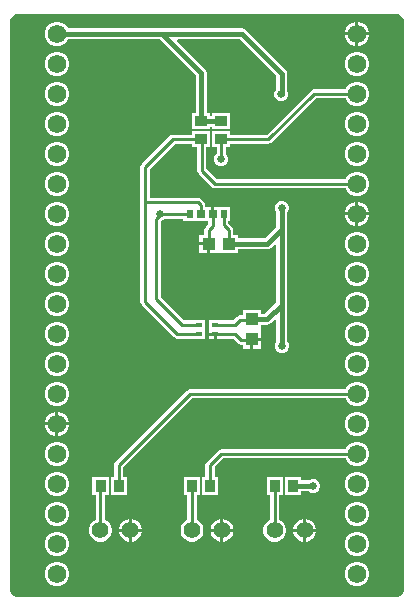
<source format=gbl>
G04*
G04 #@! TF.GenerationSoftware,Altium Limited,Altium Designer,21.5.1 (32)*
G04*
G04 Layer_Physical_Order=2*
G04 Layer_Color=16711680*
%FSLAX25Y25*%
%MOIN*%
G70*
G04*
G04 #@! TF.SameCoordinates,B44AFF20-6257-4841-829A-698601589143*
G04*
G04*
G04 #@! TF.FilePolarity,Positive*
G04*
G01*
G75*
%ADD12C,0.01000*%
%ADD15C,0.01600*%
%ADD16C,0.05551*%
%ADD17C,0.06142*%
%ADD18C,0.05000*%
%ADD19C,0.02600*%
%ADD20R,0.03858X0.03386*%
%ADD21R,0.03150X0.02756*%
%ADD22R,0.02362X0.02756*%
%ADD23R,0.02362X0.02756*%
%ADD24R,0.01968X0.01181*%
%ADD25R,0.03386X0.03858*%
%ADD26R,0.04331X0.03937*%
%ADD27R,0.03937X0.04331*%
G36*
X129921Y195627D02*
X130623Y195534D01*
X131278Y195263D01*
X131840Y194832D01*
X132271Y194270D01*
X132542Y193616D01*
X132635Y192913D01*
X132638D01*
Y3937D01*
X132635D01*
X132542Y3235D01*
X132271Y2580D01*
X131840Y2018D01*
X131278Y1587D01*
X130623Y1316D01*
X129921Y1224D01*
Y1220D01*
X3937D01*
Y1224D01*
X3235Y1316D01*
X2580Y1587D01*
X2018Y2018D01*
X1587Y2580D01*
X1316Y3235D01*
X1224Y3937D01*
X1220D01*
X1220Y3937D01*
Y192913D01*
X1224D01*
X1316Y193616D01*
X1587Y194270D01*
X2018Y194832D01*
X2580Y195263D01*
X3235Y195534D01*
X3937Y195627D01*
Y195630D01*
X129921D01*
Y195627D01*
D02*
G37*
%LPC*%
G36*
X117465Y193126D02*
X117429D01*
Y189555D01*
X121000D01*
Y189591D01*
X120723Y190626D01*
X120187Y191555D01*
X119429Y192313D01*
X118500Y192849D01*
X117465Y193126D01*
D02*
G37*
G36*
X116429D02*
X116393D01*
X115358Y192849D01*
X114430Y192313D01*
X113672Y191555D01*
X113136Y190626D01*
X112858Y189591D01*
Y189555D01*
X116429D01*
Y193126D01*
D02*
G37*
G36*
X121000Y188555D02*
X117429D01*
Y184984D01*
X117465D01*
X118500Y185262D01*
X119429Y185798D01*
X120187Y186556D01*
X120723Y187484D01*
X121000Y188519D01*
Y188555D01*
D02*
G37*
G36*
X116429D02*
X112858D01*
Y188519D01*
X113136Y187484D01*
X113672Y186556D01*
X114430Y185798D01*
X115358Y185262D01*
X116393Y184984D01*
X116429D01*
Y188555D01*
D02*
G37*
G36*
X117465Y183126D02*
X116393D01*
X115358Y182849D01*
X114430Y182313D01*
X113672Y181555D01*
X113136Y180626D01*
X112858Y179591D01*
Y178519D01*
X113136Y177484D01*
X113672Y176556D01*
X114430Y175798D01*
X115358Y175262D01*
X116393Y174984D01*
X117465D01*
X118500Y175262D01*
X119429Y175798D01*
X120187Y176556D01*
X120723Y177484D01*
X121000Y178519D01*
Y179591D01*
X120723Y180626D01*
X120187Y181555D01*
X119429Y182313D01*
X118500Y182849D01*
X117465Y183126D01*
D02*
G37*
G36*
X17465D02*
X16393D01*
X15358Y182849D01*
X14430Y182313D01*
X13672Y181555D01*
X13136Y180626D01*
X12858Y179591D01*
Y178519D01*
X13136Y177484D01*
X13672Y176556D01*
X14430Y175798D01*
X15358Y175262D01*
X16393Y174984D01*
X17465D01*
X18500Y175262D01*
X19429Y175798D01*
X20187Y176556D01*
X20723Y177484D01*
X21000Y178519D01*
Y179591D01*
X20723Y180626D01*
X20187Y181555D01*
X19429Y182313D01*
X18500Y182849D01*
X17465Y183126D01*
D02*
G37*
G36*
Y193126D02*
X16393D01*
X15358Y192849D01*
X14430Y192313D01*
X13672Y191555D01*
X13136Y190626D01*
X12858Y189591D01*
Y188519D01*
X13136Y187484D01*
X13672Y186556D01*
X14430Y185798D01*
X15358Y185262D01*
X16393Y184984D01*
X17465D01*
X18500Y185262D01*
X19429Y185798D01*
X20187Y186556D01*
X20570Y187220D01*
X51326D01*
X63125Y175421D01*
Y162654D01*
X62032D01*
Y157268D01*
X67890D01*
Y158125D01*
X68724D01*
Y157268D01*
X74583D01*
Y162654D01*
X68724D01*
Y161796D01*
X67890D01*
Y162654D01*
X66796D01*
Y176181D01*
X66656Y176883D01*
X66258Y177479D01*
X56979Y186758D01*
X57171Y187220D01*
X77901D01*
X90039Y175082D01*
Y170457D01*
X89782Y170201D01*
X89432Y169355D01*
Y168440D01*
X89782Y167595D01*
X90429Y166948D01*
X91275Y166598D01*
X92190D01*
X93035Y166948D01*
X93682Y167595D01*
X94032Y168440D01*
Y169355D01*
X93709Y170135D01*
Y175842D01*
X93570Y176545D01*
X93172Y177140D01*
X79959Y190353D01*
X79364Y190751D01*
X78661Y190890D01*
X20570D01*
X20187Y191555D01*
X19429Y192313D01*
X18500Y192849D01*
X17465Y193126D01*
D02*
G37*
G36*
X117465Y173126D02*
X116393D01*
X115358Y172849D01*
X114430Y172313D01*
X113672Y171555D01*
X113136Y170626D01*
X113125Y170584D01*
X102520D01*
X101934Y170468D01*
X101438Y170137D01*
X86768Y155466D01*
X74583D01*
Y156630D01*
X68724D01*
Y151244D01*
X70124D01*
Y148967D01*
X69704Y148547D01*
X69353Y147702D01*
Y146787D01*
X69704Y145941D01*
X70351Y145294D01*
X71196Y144944D01*
X72111D01*
X72956Y145294D01*
X73603Y145941D01*
X73953Y146787D01*
Y147702D01*
X73603Y148547D01*
X73183Y148967D01*
Y151244D01*
X74583D01*
Y152408D01*
X87402D01*
X87987Y152524D01*
X88483Y152856D01*
X103153Y167526D01*
X113125D01*
X113136Y167484D01*
X113672Y166556D01*
X114430Y165798D01*
X115358Y165262D01*
X116393Y164984D01*
X117465D01*
X118500Y165262D01*
X119429Y165798D01*
X120187Y166556D01*
X120723Y167484D01*
X121000Y168519D01*
Y169591D01*
X120723Y170626D01*
X120187Y171555D01*
X119429Y172313D01*
X118500Y172849D01*
X117465Y173126D01*
D02*
G37*
G36*
X17465D02*
X16393D01*
X15358Y172849D01*
X14430Y172313D01*
X13672Y171555D01*
X13136Y170626D01*
X12858Y169591D01*
Y168519D01*
X13136Y167484D01*
X13672Y166556D01*
X14430Y165798D01*
X15358Y165262D01*
X16393Y164984D01*
X17465D01*
X18500Y165262D01*
X19429Y165798D01*
X20187Y166556D01*
X20723Y167484D01*
X21000Y168519D01*
Y169591D01*
X20723Y170626D01*
X20187Y171555D01*
X19429Y172313D01*
X18500Y172849D01*
X17465Y173126D01*
D02*
G37*
G36*
X117465Y163126D02*
X116393D01*
X115358Y162849D01*
X114430Y162313D01*
X113672Y161555D01*
X113136Y160626D01*
X112858Y159591D01*
Y158519D01*
X113136Y157484D01*
X113672Y156555D01*
X114430Y155798D01*
X115358Y155262D01*
X116393Y154984D01*
X117465D01*
X118500Y155262D01*
X119429Y155798D01*
X120187Y156555D01*
X120723Y157484D01*
X121000Y158519D01*
Y159591D01*
X120723Y160626D01*
X120187Y161555D01*
X119429Y162313D01*
X118500Y162849D01*
X117465Y163126D01*
D02*
G37*
G36*
X17465D02*
X16393D01*
X15358Y162849D01*
X14430Y162313D01*
X13672Y161555D01*
X13136Y160626D01*
X12858Y159591D01*
Y158519D01*
X13136Y157484D01*
X13672Y156555D01*
X14430Y155798D01*
X15358Y155262D01*
X16393Y154984D01*
X17465D01*
X18500Y155262D01*
X19429Y155798D01*
X20187Y156555D01*
X20723Y157484D01*
X21000Y158519D01*
Y159591D01*
X20723Y160626D01*
X20187Y161555D01*
X19429Y162313D01*
X18500Y162849D01*
X17465Y163126D01*
D02*
G37*
G36*
X117465Y153126D02*
X116393D01*
X115358Y152849D01*
X114430Y152313D01*
X113672Y151555D01*
X113136Y150626D01*
X112858Y149591D01*
Y148519D01*
X113136Y147484D01*
X113672Y146555D01*
X114430Y145798D01*
X115358Y145262D01*
X116393Y144984D01*
X117465D01*
X118500Y145262D01*
X119429Y145798D01*
X120187Y146555D01*
X120723Y147484D01*
X121000Y148519D01*
Y149591D01*
X120723Y150626D01*
X120187Y151555D01*
X119429Y152313D01*
X118500Y152849D01*
X117465Y153126D01*
D02*
G37*
G36*
X17465D02*
X16393D01*
X15358Y152849D01*
X14430Y152313D01*
X13672Y151555D01*
X13136Y150626D01*
X12858Y149591D01*
Y148519D01*
X13136Y147484D01*
X13672Y146555D01*
X14430Y145798D01*
X15358Y145262D01*
X16393Y144984D01*
X17465D01*
X18500Y145262D01*
X19429Y145798D01*
X20187Y146555D01*
X20723Y147484D01*
X21000Y148519D01*
Y149591D01*
X20723Y150626D01*
X20187Y151555D01*
X19429Y152313D01*
X18500Y152849D01*
X17465Y153126D01*
D02*
G37*
G36*
X67890Y156630D02*
X62032D01*
Y155466D01*
X55512D01*
X54927Y155350D01*
X54430Y155018D01*
X45178Y145766D01*
X44847Y145270D01*
X44730Y144685D01*
Y132874D01*
Y99803D01*
X44847Y99218D01*
X45178Y98722D01*
X56005Y87895D01*
X56501Y87563D01*
X57087Y87447D01*
X62189D01*
Y87386D01*
X66158D01*
Y90535D01*
Y93717D01*
X62189D01*
Y93655D01*
X59295D01*
X51529Y101421D01*
Y126600D01*
X51557D01*
X52403Y126950D01*
X52842Y127389D01*
X59039D01*
Y126559D01*
X67368D01*
Y125634D01*
X66438Y124704D01*
X66107Y124207D01*
X65990Y123622D01*
Y122063D01*
X64354D01*
Y119595D01*
X67520D01*
Y119095D01*
X68020D01*
Y116126D01*
X70685D01*
Y116126D01*
X71047D01*
Y116126D01*
X77378D01*
Y117259D01*
X86953D01*
X87655Y117399D01*
X88250Y117797D01*
X89577Y119123D01*
X90039Y118932D01*
Y99524D01*
X86248Y95733D01*
X84858D01*
Y97063D01*
X78921D01*
Y95230D01*
X77953D01*
X77368Y95114D01*
X76871Y94782D01*
X75744Y93655D01*
X71669D01*
Y93717D01*
X67701D01*
Y90535D01*
Y89476D01*
X69685D01*
Y88976D01*
X70185D01*
Y87386D01*
X71669D01*
Y87447D01*
X75744D01*
X77265Y85926D01*
X77761Y85595D01*
X78347Y85479D01*
X78921D01*
Y84039D01*
X81390D01*
Y87205D01*
X81890D01*
Y87705D01*
X84858D01*
Y90370D01*
X84858D01*
Y90732D01*
X84858D01*
Y92062D01*
X87008D01*
X87710Y92202D01*
X88306Y92600D01*
X89577Y93871D01*
X90039Y93680D01*
Y86492D01*
X89950Y86403D01*
X89600Y85558D01*
Y84642D01*
X89950Y83797D01*
X90597Y83150D01*
X91443Y82800D01*
X92357D01*
X93203Y83150D01*
X93850Y83797D01*
X94200Y84642D01*
Y85558D01*
X93850Y86403D01*
X93709Y86543D01*
Y98764D01*
Y120500D01*
Y124016D01*
Y129583D01*
X93824Y129697D01*
X94174Y130543D01*
Y131457D01*
X93824Y132303D01*
X93177Y132950D01*
X92331Y133300D01*
X91417D01*
X90571Y132950D01*
X89924Y132303D01*
X89574Y131457D01*
Y130543D01*
X89924Y129697D01*
X90039Y129583D01*
Y124776D01*
X86193Y120930D01*
X77378D01*
Y122063D01*
X75742D01*
Y123622D01*
X75626Y124207D01*
X75294Y124704D01*
X74069Y125929D01*
Y126559D01*
X74721D01*
Y131315D01*
X69398D01*
Y128937D01*
X68398D01*
Y131315D01*
X66392D01*
Y131988D01*
X66275Y132573D01*
X65944Y133070D01*
X65058Y133956D01*
X64562Y134287D01*
X63976Y134403D01*
X47789D01*
Y144052D01*
X56145Y152408D01*
X62032D01*
Y151244D01*
X63667D01*
Y143465D01*
X63784Y142879D01*
X64115Y142383D01*
X68525Y137974D01*
X69021Y137642D01*
X69606Y137526D01*
X113125D01*
X113136Y137484D01*
X113672Y136556D01*
X114430Y135798D01*
X115358Y135262D01*
X116393Y134984D01*
X117465D01*
X118500Y135262D01*
X119429Y135798D01*
X120187Y136556D01*
X120723Y137484D01*
X121000Y138519D01*
Y139591D01*
X120723Y140626D01*
X120187Y141555D01*
X119429Y142313D01*
X118500Y142849D01*
X117465Y143126D01*
X116393D01*
X115358Y142849D01*
X114430Y142313D01*
X113672Y141555D01*
X113136Y140626D01*
X113125Y140585D01*
X70240D01*
X66726Y144098D01*
Y151244D01*
X67890D01*
Y156630D01*
D02*
G37*
G36*
X17465Y143126D02*
X16393D01*
X15358Y142849D01*
X14430Y142313D01*
X13672Y141555D01*
X13136Y140626D01*
X12858Y139591D01*
Y138519D01*
X13136Y137484D01*
X13672Y136556D01*
X14430Y135798D01*
X15358Y135262D01*
X16393Y134984D01*
X17465D01*
X18500Y135262D01*
X19429Y135798D01*
X20187Y136556D01*
X20723Y137484D01*
X21000Y138519D01*
Y139591D01*
X20723Y140626D01*
X20187Y141555D01*
X19429Y142313D01*
X18500Y142849D01*
X17465Y143126D01*
D02*
G37*
G36*
X117465Y133126D02*
X117429D01*
Y129555D01*
X121000D01*
Y129591D01*
X120723Y130626D01*
X120187Y131555D01*
X119429Y132313D01*
X118500Y132849D01*
X117465Y133126D01*
D02*
G37*
G36*
X116429D02*
X116393D01*
X115358Y132849D01*
X114430Y132313D01*
X113672Y131555D01*
X113136Y130626D01*
X112858Y129591D01*
Y129555D01*
X116429D01*
Y133126D01*
D02*
G37*
G36*
X121000Y128555D02*
X117429D01*
Y124984D01*
X117465D01*
X118500Y125262D01*
X119429Y125798D01*
X120187Y126556D01*
X120723Y127484D01*
X121000Y128519D01*
Y128555D01*
D02*
G37*
G36*
X116429D02*
X112858D01*
Y128519D01*
X113136Y127484D01*
X113672Y126556D01*
X114430Y125798D01*
X115358Y125262D01*
X116393Y124984D01*
X116429D01*
Y128555D01*
D02*
G37*
G36*
X17465Y133126D02*
X16393D01*
X15358Y132849D01*
X14430Y132313D01*
X13672Y131555D01*
X13136Y130626D01*
X12858Y129591D01*
Y128519D01*
X13136Y127484D01*
X13672Y126556D01*
X14430Y125798D01*
X15358Y125262D01*
X16393Y124984D01*
X17465D01*
X18500Y125262D01*
X19429Y125798D01*
X20187Y126556D01*
X20723Y127484D01*
X21000Y128519D01*
Y129591D01*
X20723Y130626D01*
X20187Y131555D01*
X19429Y132313D01*
X18500Y132849D01*
X17465Y133126D01*
D02*
G37*
G36*
X67020Y118595D02*
X64354D01*
Y116126D01*
X67020D01*
Y118595D01*
D02*
G37*
G36*
X117465Y123126D02*
X116393D01*
X115358Y122849D01*
X114430Y122313D01*
X113672Y121555D01*
X113136Y120626D01*
X112858Y119591D01*
Y118519D01*
X113136Y117484D01*
X113672Y116556D01*
X114430Y115798D01*
X115358Y115262D01*
X116393Y114984D01*
X117465D01*
X118500Y115262D01*
X119429Y115798D01*
X120187Y116556D01*
X120723Y117484D01*
X121000Y118519D01*
Y119591D01*
X120723Y120626D01*
X120187Y121555D01*
X119429Y122313D01*
X118500Y122849D01*
X117465Y123126D01*
D02*
G37*
G36*
X17465D02*
X16393D01*
X15358Y122849D01*
X14430Y122313D01*
X13672Y121555D01*
X13136Y120626D01*
X12858Y119591D01*
Y118519D01*
X13136Y117484D01*
X13672Y116556D01*
X14430Y115798D01*
X15358Y115262D01*
X16393Y114984D01*
X17465D01*
X18500Y115262D01*
X19429Y115798D01*
X20187Y116556D01*
X20723Y117484D01*
X21000Y118519D01*
Y119591D01*
X20723Y120626D01*
X20187Y121555D01*
X19429Y122313D01*
X18500Y122849D01*
X17465Y123126D01*
D02*
G37*
G36*
X117465Y113126D02*
X116393D01*
X115358Y112849D01*
X114430Y112313D01*
X113672Y111555D01*
X113136Y110626D01*
X112858Y109591D01*
Y108519D01*
X113136Y107484D01*
X113672Y106555D01*
X114430Y105798D01*
X115358Y105262D01*
X116393Y104984D01*
X117465D01*
X118500Y105262D01*
X119429Y105798D01*
X120187Y106555D01*
X120723Y107484D01*
X121000Y108519D01*
Y109591D01*
X120723Y110626D01*
X120187Y111555D01*
X119429Y112313D01*
X118500Y112849D01*
X117465Y113126D01*
D02*
G37*
G36*
X17465D02*
X16393D01*
X15358Y112849D01*
X14430Y112313D01*
X13672Y111555D01*
X13136Y110626D01*
X12858Y109591D01*
Y108519D01*
X13136Y107484D01*
X13672Y106555D01*
X14430Y105798D01*
X15358Y105262D01*
X16393Y104984D01*
X17465D01*
X18500Y105262D01*
X19429Y105798D01*
X20187Y106555D01*
X20723Y107484D01*
X21000Y108519D01*
Y109591D01*
X20723Y110626D01*
X20187Y111555D01*
X19429Y112313D01*
X18500Y112849D01*
X17465Y113126D01*
D02*
G37*
G36*
X117465Y103126D02*
X116393D01*
X115358Y102849D01*
X114430Y102313D01*
X113672Y101555D01*
X113136Y100626D01*
X112858Y99591D01*
Y98519D01*
X113136Y97484D01*
X113672Y96556D01*
X114430Y95798D01*
X115358Y95262D01*
X116393Y94984D01*
X117465D01*
X118500Y95262D01*
X119429Y95798D01*
X120187Y96556D01*
X120723Y97484D01*
X121000Y98519D01*
Y99591D01*
X120723Y100626D01*
X120187Y101555D01*
X119429Y102313D01*
X118500Y102849D01*
X117465Y103126D01*
D02*
G37*
G36*
X17465D02*
X16393D01*
X15358Y102849D01*
X14430Y102313D01*
X13672Y101555D01*
X13136Y100626D01*
X12858Y99591D01*
Y98519D01*
X13136Y97484D01*
X13672Y96556D01*
X14430Y95798D01*
X15358Y95262D01*
X16393Y94984D01*
X17465D01*
X18500Y95262D01*
X19429Y95798D01*
X20187Y96556D01*
X20723Y97484D01*
X21000Y98519D01*
Y99591D01*
X20723Y100626D01*
X20187Y101555D01*
X19429Y102313D01*
X18500Y102849D01*
X17465Y103126D01*
D02*
G37*
G36*
X69185Y88476D02*
X67701D01*
Y87386D01*
X69185D01*
Y88476D01*
D02*
G37*
G36*
X117465Y93126D02*
X116393D01*
X115358Y92849D01*
X114430Y92313D01*
X113672Y91555D01*
X113136Y90626D01*
X112858Y89591D01*
Y88519D01*
X113136Y87484D01*
X113672Y86556D01*
X114430Y85798D01*
X115358Y85262D01*
X116393Y84984D01*
X117465D01*
X118500Y85262D01*
X119429Y85798D01*
X120187Y86556D01*
X120723Y87484D01*
X121000Y88519D01*
Y89591D01*
X120723Y90626D01*
X120187Y91555D01*
X119429Y92313D01*
X118500Y92849D01*
X117465Y93126D01*
D02*
G37*
G36*
X17465D02*
X16393D01*
X15358Y92849D01*
X14430Y92313D01*
X13672Y91555D01*
X13136Y90626D01*
X12858Y89591D01*
Y88519D01*
X13136Y87484D01*
X13672Y86556D01*
X14430Y85798D01*
X15358Y85262D01*
X16393Y84984D01*
X17465D01*
X18500Y85262D01*
X19429Y85798D01*
X20187Y86556D01*
X20723Y87484D01*
X21000Y88519D01*
Y89591D01*
X20723Y90626D01*
X20187Y91555D01*
X19429Y92313D01*
X18500Y92849D01*
X17465Y93126D01*
D02*
G37*
G36*
X84858Y86705D02*
X82390D01*
Y84039D01*
X84858D01*
Y86705D01*
D02*
G37*
G36*
X117465Y83126D02*
X116393D01*
X115358Y82849D01*
X114430Y82313D01*
X113672Y81555D01*
X113136Y80626D01*
X112858Y79591D01*
Y78519D01*
X113136Y77484D01*
X113672Y76556D01*
X114430Y75798D01*
X115358Y75262D01*
X116393Y74984D01*
X117465D01*
X118500Y75262D01*
X119429Y75798D01*
X120187Y76556D01*
X120723Y77484D01*
X121000Y78519D01*
Y79591D01*
X120723Y80626D01*
X120187Y81555D01*
X119429Y82313D01*
X118500Y82849D01*
X117465Y83126D01*
D02*
G37*
G36*
X17465D02*
X16393D01*
X15358Y82849D01*
X14430Y82313D01*
X13672Y81555D01*
X13136Y80626D01*
X12858Y79591D01*
Y78519D01*
X13136Y77484D01*
X13672Y76556D01*
X14430Y75798D01*
X15358Y75262D01*
X16393Y74984D01*
X17465D01*
X18500Y75262D01*
X19429Y75798D01*
X20187Y76556D01*
X20723Y77484D01*
X21000Y78519D01*
Y79591D01*
X20723Y80626D01*
X20187Y81555D01*
X19429Y82313D01*
X18500Y82849D01*
X17465Y83126D01*
D02*
G37*
G36*
X117465Y73126D02*
X116393D01*
X115358Y72849D01*
X114430Y72313D01*
X113672Y71555D01*
X113136Y70626D01*
X113125Y70584D01*
X61181D01*
X60596Y70468D01*
X60100Y70137D01*
X36379Y46416D01*
X36048Y45920D01*
X35931Y45335D01*
Y41315D01*
X34768D01*
Y35457D01*
X40154D01*
Y41315D01*
X38990D01*
Y44701D01*
X61815Y67526D01*
X113125D01*
X113136Y67484D01*
X113672Y66556D01*
X114430Y65798D01*
X115358Y65262D01*
X116393Y64984D01*
X117465D01*
X118500Y65262D01*
X119429Y65798D01*
X120187Y66556D01*
X120723Y67484D01*
X121000Y68519D01*
Y69591D01*
X120723Y70626D01*
X120187Y71555D01*
X119429Y72313D01*
X118500Y72849D01*
X117465Y73126D01*
D02*
G37*
G36*
X17465D02*
X16393D01*
X15358Y72849D01*
X14430Y72313D01*
X13672Y71555D01*
X13136Y70626D01*
X12858Y69591D01*
Y68519D01*
X13136Y67484D01*
X13672Y66556D01*
X14430Y65798D01*
X15358Y65262D01*
X16393Y64984D01*
X17465D01*
X18500Y65262D01*
X19429Y65798D01*
X20187Y66556D01*
X20723Y67484D01*
X21000Y68519D01*
Y69591D01*
X20723Y70626D01*
X20187Y71555D01*
X19429Y72313D01*
X18500Y72849D01*
X17465Y73126D01*
D02*
G37*
G36*
Y63126D02*
X17429D01*
Y59555D01*
X21000D01*
Y59591D01*
X20723Y60626D01*
X20187Y61555D01*
X19429Y62313D01*
X18500Y62849D01*
X17465Y63126D01*
D02*
G37*
G36*
X16429D02*
X16393D01*
X15358Y62849D01*
X14430Y62313D01*
X13672Y61555D01*
X13136Y60626D01*
X12858Y59591D01*
Y59555D01*
X16429D01*
Y63126D01*
D02*
G37*
G36*
X117465D02*
X116393D01*
X115358Y62849D01*
X114430Y62313D01*
X113672Y61555D01*
X113136Y60626D01*
X112858Y59591D01*
Y58519D01*
X113136Y57484D01*
X113672Y56556D01*
X114430Y55798D01*
X115358Y55262D01*
X116393Y54984D01*
X117465D01*
X118500Y55262D01*
X119429Y55798D01*
X120187Y56556D01*
X120723Y57484D01*
X121000Y58519D01*
Y59591D01*
X120723Y60626D01*
X120187Y61555D01*
X119429Y62313D01*
X118500Y62849D01*
X117465Y63126D01*
D02*
G37*
G36*
X21000Y58555D02*
X17429D01*
Y54984D01*
X17465D01*
X18500Y55262D01*
X19429Y55798D01*
X20187Y56556D01*
X20723Y57484D01*
X21000Y58519D01*
Y58555D01*
D02*
G37*
G36*
X16429D02*
X12858D01*
Y58519D01*
X13136Y57484D01*
X13672Y56556D01*
X14430Y55798D01*
X15358Y55262D01*
X16393Y54984D01*
X16429D01*
Y58555D01*
D02*
G37*
G36*
X117465Y53126D02*
X116393D01*
X115358Y52849D01*
X114430Y52313D01*
X113672Y51555D01*
X113136Y50626D01*
X113125Y50585D01*
X71693D01*
X71108Y50468D01*
X70612Y50137D01*
X66832Y46357D01*
X66500Y45861D01*
X66384Y45276D01*
Y41315D01*
X65280D01*
Y35457D01*
X70665D01*
Y41315D01*
X69443D01*
Y44642D01*
X72326Y47526D01*
X113125D01*
X113136Y47484D01*
X113672Y46556D01*
X114430Y45798D01*
X115358Y45262D01*
X116393Y44984D01*
X117465D01*
X118500Y45262D01*
X119429Y45798D01*
X120187Y46556D01*
X120723Y47484D01*
X121000Y48519D01*
Y49591D01*
X120723Y50626D01*
X120187Y51555D01*
X119429Y52313D01*
X118500Y52849D01*
X117465Y53126D01*
D02*
G37*
G36*
X17465D02*
X16393D01*
X15358Y52849D01*
X14430Y52313D01*
X13672Y51555D01*
X13136Y50626D01*
X12858Y49591D01*
Y48519D01*
X13136Y47484D01*
X13672Y46556D01*
X14430Y45798D01*
X15358Y45262D01*
X16393Y44984D01*
X17465D01*
X18500Y45262D01*
X19429Y45798D01*
X20187Y46556D01*
X20723Y47484D01*
X21000Y48519D01*
Y49591D01*
X20723Y50626D01*
X20187Y51555D01*
X19429Y52313D01*
X18500Y52849D01*
X17465Y53126D01*
D02*
G37*
G36*
X98224Y41315D02*
X92839D01*
Y35457D01*
X98224D01*
Y36551D01*
X100945D01*
X101059Y36436D01*
X101905Y36086D01*
X102820D01*
X103665Y36436D01*
X104312Y37083D01*
X104662Y37928D01*
Y38843D01*
X104312Y39689D01*
X103665Y40336D01*
X102820Y40686D01*
X101905D01*
X101059Y40336D01*
X100945Y40221D01*
X98224D01*
Y41315D01*
D02*
G37*
G36*
X117465Y43126D02*
X116393D01*
X115358Y42849D01*
X114430Y42313D01*
X113672Y41555D01*
X113136Y40626D01*
X112858Y39591D01*
Y38519D01*
X113136Y37484D01*
X113672Y36555D01*
X114430Y35798D01*
X115358Y35262D01*
X116393Y34984D01*
X117465D01*
X118500Y35262D01*
X119429Y35798D01*
X120187Y36555D01*
X120723Y37484D01*
X121000Y38519D01*
Y39591D01*
X120723Y40626D01*
X120187Y41555D01*
X119429Y42313D01*
X118500Y42849D01*
X117465Y43126D01*
D02*
G37*
G36*
X17465D02*
X16393D01*
X15358Y42849D01*
X14430Y42313D01*
X13672Y41555D01*
X13136Y40626D01*
X12858Y39591D01*
Y38519D01*
X13136Y37484D01*
X13672Y36555D01*
X14430Y35798D01*
X15358Y35262D01*
X16393Y34984D01*
X17465D01*
X18500Y35262D01*
X19429Y35798D01*
X20187Y36555D01*
X20723Y37484D01*
X21000Y38519D01*
Y39591D01*
X20723Y40626D01*
X20187Y41555D01*
X19429Y42313D01*
X18500Y42849D01*
X17465Y43126D01*
D02*
G37*
G36*
X117465Y33126D02*
X116393D01*
X115358Y32849D01*
X114430Y32313D01*
X113672Y31555D01*
X113136Y30626D01*
X112858Y29591D01*
Y28519D01*
X113136Y27484D01*
X113672Y26555D01*
X114430Y25798D01*
X115358Y25262D01*
X116393Y24984D01*
X117465D01*
X118500Y25262D01*
X119429Y25798D01*
X120187Y26555D01*
X120723Y27484D01*
X121000Y28519D01*
Y29591D01*
X120723Y30626D01*
X120187Y31555D01*
X119429Y32313D01*
X118500Y32849D01*
X117465Y33126D01*
D02*
G37*
G36*
X17465D02*
X16393D01*
X15358Y32849D01*
X14430Y32313D01*
X13672Y31555D01*
X13136Y30626D01*
X12858Y29591D01*
Y28519D01*
X13136Y27484D01*
X13672Y26555D01*
X14430Y25798D01*
X15358Y25262D01*
X16393Y24984D01*
X17465D01*
X18500Y25262D01*
X19429Y25798D01*
X20187Y26555D01*
X20723Y27484D01*
X21000Y28519D01*
Y29591D01*
X20723Y30626D01*
X20187Y31555D01*
X19429Y32313D01*
X18500Y32849D01*
X17465Y33126D01*
D02*
G37*
G36*
X41917Y27397D02*
Y24122D01*
X45192D01*
X44936Y25079D01*
X44438Y25940D01*
X43736Y26643D01*
X42875Y27140D01*
X41917Y27397D01*
D02*
G37*
G36*
X72429Y27397D02*
Y24122D01*
X75704D01*
X75447Y25079D01*
X74950Y25940D01*
X74247Y26643D01*
X73387Y27140D01*
X72429Y27397D01*
D02*
G37*
G36*
X99988D02*
Y24122D01*
X103263D01*
X103006Y25079D01*
X102509Y25940D01*
X101806Y26643D01*
X100945Y27140D01*
X99988Y27397D01*
D02*
G37*
G36*
X98988Y27397D02*
X98031Y27140D01*
X97170Y26643D01*
X96467Y25940D01*
X95970Y25079D01*
X95713Y24122D01*
X98988D01*
Y27397D01*
D02*
G37*
G36*
X71429D02*
X70472Y27140D01*
X69611Y26643D01*
X68908Y25940D01*
X68411Y25079D01*
X68154Y24122D01*
X71429D01*
Y27397D01*
D02*
G37*
G36*
X40917Y27397D02*
X39960Y27140D01*
X39099Y26643D01*
X38396Y25940D01*
X37899Y25079D01*
X37642Y24122D01*
X40917D01*
Y27397D01*
D02*
G37*
G36*
X45192Y23122D02*
X41917D01*
Y19847D01*
X42875Y20104D01*
X43736Y20601D01*
X44438Y21304D01*
X44936Y22165D01*
X45192Y23122D01*
D02*
G37*
G36*
X98988D02*
X95713D01*
X95970Y22165D01*
X96467Y21304D01*
X97170Y20601D01*
X98031Y20104D01*
X98988Y19847D01*
Y23122D01*
D02*
G37*
G36*
X71429D02*
X68154D01*
X68411Y22165D01*
X68908Y21304D01*
X69611Y20601D01*
X70472Y20104D01*
X71429Y19847D01*
Y23122D01*
D02*
G37*
G36*
X75704D02*
X72429D01*
Y19847D01*
X73387Y20104D01*
X74247Y20601D01*
X74950Y21304D01*
X75447Y22165D01*
X75704Y23122D01*
D02*
G37*
G36*
X103263D02*
X99988D01*
Y19847D01*
X100945Y20104D01*
X101806Y20601D01*
X102509Y21304D01*
X103006Y22165D01*
X103263Y23122D01*
D02*
G37*
G36*
X40917D02*
X37642D01*
X37899Y22165D01*
X38396Y21304D01*
X39099Y20601D01*
X39960Y20104D01*
X40917Y19847D01*
Y23122D01*
D02*
G37*
G36*
X92201Y41315D02*
X86815D01*
Y35457D01*
X87959D01*
Y27099D01*
X87170Y26643D01*
X86467Y25940D01*
X85970Y25079D01*
X85713Y24119D01*
Y23125D01*
X85970Y22165D01*
X86467Y21304D01*
X87170Y20601D01*
X88031Y20104D01*
X88991Y19847D01*
X89985D01*
X90946Y20104D01*
X91807Y20601D01*
X92509Y21304D01*
X93006Y22165D01*
X93264Y23125D01*
Y24119D01*
X93006Y25079D01*
X92509Y25940D01*
X91807Y26643D01*
X91018Y27099D01*
Y35457D01*
X92201D01*
Y41315D01*
D02*
G37*
G36*
X64642D02*
X59256D01*
Y35457D01*
X60400D01*
Y27099D01*
X59611Y26643D01*
X58908Y25940D01*
X58411Y25079D01*
X58153Y24119D01*
Y23125D01*
X58411Y22165D01*
X58908Y21304D01*
X59611Y20601D01*
X60472Y20104D01*
X61432Y19847D01*
X62426D01*
X63386Y20104D01*
X64247Y20601D01*
X64950Y21304D01*
X65447Y22165D01*
X65705Y23125D01*
Y24119D01*
X65447Y25079D01*
X64950Y25940D01*
X64247Y26643D01*
X63459Y27099D01*
Y35457D01*
X64642D01*
Y41315D01*
D02*
G37*
G36*
X34130D02*
X28744D01*
Y35457D01*
X29888D01*
Y27099D01*
X29099Y26643D01*
X28396Y25940D01*
X27899Y25079D01*
X27642Y24119D01*
Y23125D01*
X27899Y22165D01*
X28396Y21304D01*
X29099Y20601D01*
X29960Y20104D01*
X30920Y19847D01*
X31914D01*
X32875Y20104D01*
X33736Y20601D01*
X34438Y21304D01*
X34936Y22165D01*
X35193Y23125D01*
Y24119D01*
X34936Y25079D01*
X34438Y25940D01*
X33736Y26643D01*
X32947Y27099D01*
Y35457D01*
X34130D01*
Y41315D01*
D02*
G37*
G36*
X117465Y23126D02*
X116393D01*
X115358Y22849D01*
X114430Y22313D01*
X113672Y21555D01*
X113136Y20626D01*
X112858Y19591D01*
Y18519D01*
X113136Y17484D01*
X113672Y16556D01*
X114430Y15798D01*
X115358Y15262D01*
X116393Y14984D01*
X117465D01*
X118500Y15262D01*
X119429Y15798D01*
X120187Y16556D01*
X120723Y17484D01*
X121000Y18519D01*
Y19591D01*
X120723Y20626D01*
X120187Y21555D01*
X119429Y22313D01*
X118500Y22849D01*
X117465Y23126D01*
D02*
G37*
G36*
X17465D02*
X16393D01*
X15358Y22849D01*
X14430Y22313D01*
X13672Y21555D01*
X13136Y20626D01*
X12858Y19591D01*
Y18519D01*
X13136Y17484D01*
X13672Y16556D01*
X14430Y15798D01*
X15358Y15262D01*
X16393Y14984D01*
X17465D01*
X18500Y15262D01*
X19429Y15798D01*
X20187Y16556D01*
X20723Y17484D01*
X21000Y18519D01*
Y19591D01*
X20723Y20626D01*
X20187Y21555D01*
X19429Y22313D01*
X18500Y22849D01*
X17465Y23126D01*
D02*
G37*
G36*
X117465Y13126D02*
X116393D01*
X115358Y12849D01*
X114430Y12313D01*
X113672Y11555D01*
X113136Y10626D01*
X112858Y9591D01*
Y8519D01*
X113136Y7484D01*
X113672Y6555D01*
X114430Y5798D01*
X115358Y5262D01*
X116393Y4984D01*
X117465D01*
X118500Y5262D01*
X119429Y5798D01*
X120187Y6555D01*
X120723Y7484D01*
X121000Y8519D01*
Y9591D01*
X120723Y10626D01*
X120187Y11555D01*
X119429Y12313D01*
X118500Y12849D01*
X117465Y13126D01*
D02*
G37*
G36*
X17465D02*
X16393D01*
X15358Y12849D01*
X14430Y12313D01*
X13672Y11555D01*
X13136Y10626D01*
X12858Y9591D01*
Y8519D01*
X13136Y7484D01*
X13672Y6555D01*
X14430Y5798D01*
X15358Y5262D01*
X16393Y4984D01*
X17465D01*
X18500Y5262D01*
X19429Y5798D01*
X20187Y6555D01*
X20723Y7484D01*
X21000Y8519D01*
Y9591D01*
X20723Y10626D01*
X20187Y11555D01*
X19429Y12313D01*
X18500Y12849D01*
X17465Y13126D01*
D02*
G37*
%LPD*%
D12*
X51100Y128614D02*
Y128900D01*
X50000Y127514D02*
X51100Y128614D01*
X50000Y100787D02*
X58661Y92126D01*
X50000Y100787D02*
Y127514D01*
X57087Y88976D02*
X64173D01*
X46260Y99803D02*
Y132874D01*
Y99803D02*
X57087Y88976D01*
X58661Y92126D02*
X64173D01*
X61202Y128919D02*
X61221Y128937D01*
X51118Y128919D02*
X61202D01*
X51100Y128900D02*
X51118Y128919D01*
X46260Y132874D02*
X63976D01*
X64862Y131988D01*
X46260Y132874D02*
Y144685D01*
X55512Y153937D01*
X64862Y128937D02*
Y131988D01*
X71653Y153937D02*
X87402D01*
X102520Y169055D02*
X116929D01*
X87402Y153937D02*
X102520Y169055D01*
X72539Y125295D02*
X74213Y123622D01*
X72539Y125295D02*
Y128937D01*
X74213Y119095D02*
Y123622D01*
X68898Y125000D02*
Y128937D01*
X67520Y123622D02*
X68898Y125000D01*
X67520Y119095D02*
Y123622D01*
X69685Y88976D02*
X76378D01*
X69685Y92126D02*
X76378D01*
X37461Y38386D02*
Y45335D01*
X61181Y69055D02*
X116929D01*
X37461Y45335D02*
X61181Y69055D01*
X71693Y49055D02*
X116929D01*
X67913Y45276D02*
X71693Y49055D01*
X67913Y38445D02*
Y45276D01*
Y38445D02*
X67972Y38386D01*
X31417Y23622D02*
Y38366D01*
X31437Y38386D01*
X61929Y38366D02*
X61949Y38386D01*
X61929Y23622D02*
Y38366D01*
X89488Y38366D02*
X89508Y38386D01*
X89488Y23622D02*
Y38366D01*
X55512Y153937D02*
X64961D01*
X91847Y120472D02*
X91874Y120500D01*
X71653Y147244D02*
Y153937D01*
X77953Y93701D02*
X81890D01*
X76378Y92126D02*
X77953Y93701D01*
X78347Y87008D02*
X81693D01*
X81890Y87205D01*
X76378Y88976D02*
X78347Y87008D01*
X81890Y93701D02*
Y93898D01*
X71653Y153937D02*
X71653Y153937D01*
X65197Y143465D02*
Y153937D01*
Y143465D02*
X69606Y139055D01*
X116929D01*
D15*
X91874Y85126D02*
X91900Y85100D01*
X91874Y85126D02*
Y98764D01*
Y169039D02*
Y175842D01*
X91732Y168898D02*
X91874Y169039D01*
X78661Y189055D02*
X91874Y175842D01*
X52087Y189055D02*
X64961Y176181D01*
Y159961D02*
Y176181D01*
X52087Y189055D02*
X78661D01*
X16929D02*
X52087D01*
X64961Y159961D02*
X71653D01*
X86953Y119095D02*
X91874Y124016D01*
X74213Y119095D02*
X86953D01*
X91874Y120500D02*
Y124016D01*
Y131000D01*
Y98764D02*
Y120500D01*
X81890Y93898D02*
X87008D01*
X91874Y98764D01*
X95531Y38386D02*
X102362D01*
D16*
X31417Y23622D02*
D03*
X41417D02*
D03*
X99488D02*
D03*
X89488D02*
D03*
X71929D02*
D03*
X61929D02*
D03*
D17*
X116929Y9055D02*
D03*
Y19055D02*
D03*
Y29055D02*
D03*
Y39055D02*
D03*
Y49055D02*
D03*
Y59055D02*
D03*
Y69055D02*
D03*
Y79055D02*
D03*
Y89055D02*
D03*
Y99055D02*
D03*
Y109055D02*
D03*
Y119055D02*
D03*
Y129055D02*
D03*
Y139055D02*
D03*
Y149055D02*
D03*
Y159055D02*
D03*
Y169055D02*
D03*
Y179055D02*
D03*
Y189055D02*
D03*
X16929Y19055D02*
D03*
Y29055D02*
D03*
Y39055D02*
D03*
Y49055D02*
D03*
Y59055D02*
D03*
Y69055D02*
D03*
Y79055D02*
D03*
Y89055D02*
D03*
Y99055D02*
D03*
Y109055D02*
D03*
Y119055D02*
D03*
Y129055D02*
D03*
Y139055D02*
D03*
Y149055D02*
D03*
Y159055D02*
D03*
Y169055D02*
D03*
Y9055D02*
D03*
Y179055D02*
D03*
Y189055D02*
D03*
D18*
X82731Y145760D02*
D03*
X102362Y149606D02*
D03*
X70866Y78740D02*
D03*
X98740Y183465D02*
D03*
X108740Y163465D02*
D03*
X98740Y103465D02*
D03*
X108740Y83465D02*
D03*
Y43465D02*
D03*
X78740Y103465D02*
D03*
Y63465D02*
D03*
X58740Y103465D02*
D03*
X38740Y183465D02*
D03*
X48740Y163465D02*
D03*
X38740Y143465D02*
D03*
Y103465D02*
D03*
X48740Y83465D02*
D03*
X38740Y63465D02*
D03*
X48740Y43465D02*
D03*
X28740Y163465D02*
D03*
Y123465D02*
D03*
Y83465D02*
D03*
D19*
X51100Y128900D02*
D03*
X91900Y85100D02*
D03*
X91732Y168898D02*
D03*
X102362Y38386D02*
D03*
X91874Y131000D02*
D03*
X71653Y147244D02*
D03*
D20*
X71653Y153937D02*
D03*
Y159961D02*
D03*
X64961D02*
D03*
Y153937D02*
D03*
D21*
X68898Y128937D02*
D03*
X64862D02*
D03*
D22*
X61221D02*
D03*
D23*
X72539D02*
D03*
D24*
X64173Y88976D02*
D03*
Y92126D02*
D03*
X69685D02*
D03*
Y88976D02*
D03*
D25*
X89508Y38386D02*
D03*
X95531D02*
D03*
X31437D02*
D03*
X37461D02*
D03*
X61949D02*
D03*
X67972D02*
D03*
D26*
X74213Y119095D02*
D03*
X67520D02*
D03*
D27*
X81890Y87205D02*
D03*
Y93898D02*
D03*
M02*

</source>
